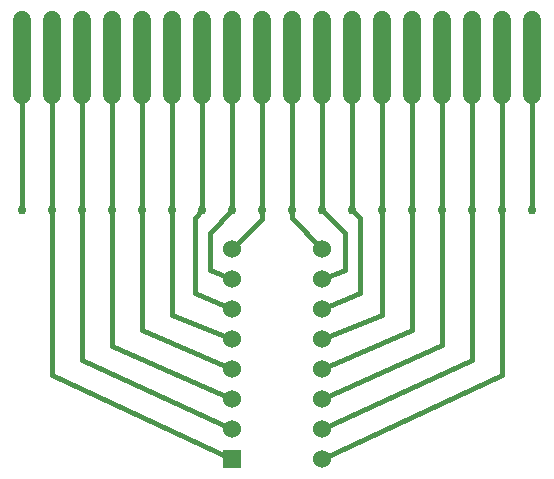
<source format=gbl>
%FSTAX24Y24*%
%MOIN*%
%IN card16pad.gbl *%
%ADD10C,0.0150*%
%ADD11C,0.0300*%
%ADD12C,0.0600*%
%ADD13R,0.0600X0.0600*%
D12*X01146Y005591D03*X00846Y011591D03*Y010591D03*Y009591D03*Y008591D03*
Y007591D03*Y006591D03*D13*Y005591D03*D12*X01146Y006591D03*Y007591D03*
Y008591D03*Y009591D03*Y010591D03*Y011591D03*Y012591D03*X00846D03*D11*
X01546Y013866D03*X00346D03*X01346D03*X00146D03*X00746D03*X00546D03*
X01446D03*X01646D03*X01846D03*X01746D03*X01146D03*X00946D03*X00246D03*
X00446D03*X00646D03*X00846D03*X01046D03*X01246D03*D10*X01146Y005591D02*
G01X01746Y008366D01*Y017716D01*D12*Y020216D01*X01046D02*Y017716D01*D10*
Y013616D01*X01146Y012591D01*Y006591D02*X01646Y008866D01*Y017716D01*D12*
Y020216D01*D10*X01146Y007591D02*X01546Y009366D01*Y017716D01*D12*
Y020216D01*D10*X00846Y009591D02*X00646Y010366D01*Y017716D01*D12*
Y020216D01*D10*X00146Y013866D02*Y017716D01*D12*Y020216D01*D10*
X00846Y005591D02*X00246Y008366D01*Y017716D01*D12*Y020216D01*X01146D02*
Y017716D01*D10*Y013866D01*X01221Y013116D01*Y011866D01*X01146Y011591D01*
D12*X01246Y020216D02*Y017716D01*D10*Y013866D01*X01271Y013616D01*
Y011116D01*X01146Y010591D01*D12*X00946Y020216D02*Y017716D01*D10*
Y013591D01*X00846Y012591D01*D12*X01846Y020216D02*Y017716D01*D10*
Y013866D01*D12*X00846Y020216D02*Y017716D01*D10*Y013866D01*
X00771Y013116D01*Y011866D01*X00846Y011591D01*Y010591D02*
X00721Y011116D01*Y013616D01*X00746Y013866D01*Y017716D01*D12*Y020216D01*
D10*X01146Y008591D02*X01446Y009866D01*Y017716D01*D12*Y020216D01*D10*
X01146Y009591D02*X01346Y010366D01*Y017716D01*D12*Y020216D01*X00346D02*
Y017716D01*D10*Y008866D01*X00846Y006591D01*Y007591D02*X00446Y009341D01*
Y017716D01*D12*Y020216D01*D10*X00846Y008591D02*X00546Y009866D01*
Y017716D01*D12*Y020216D01*
M02*
</source>
